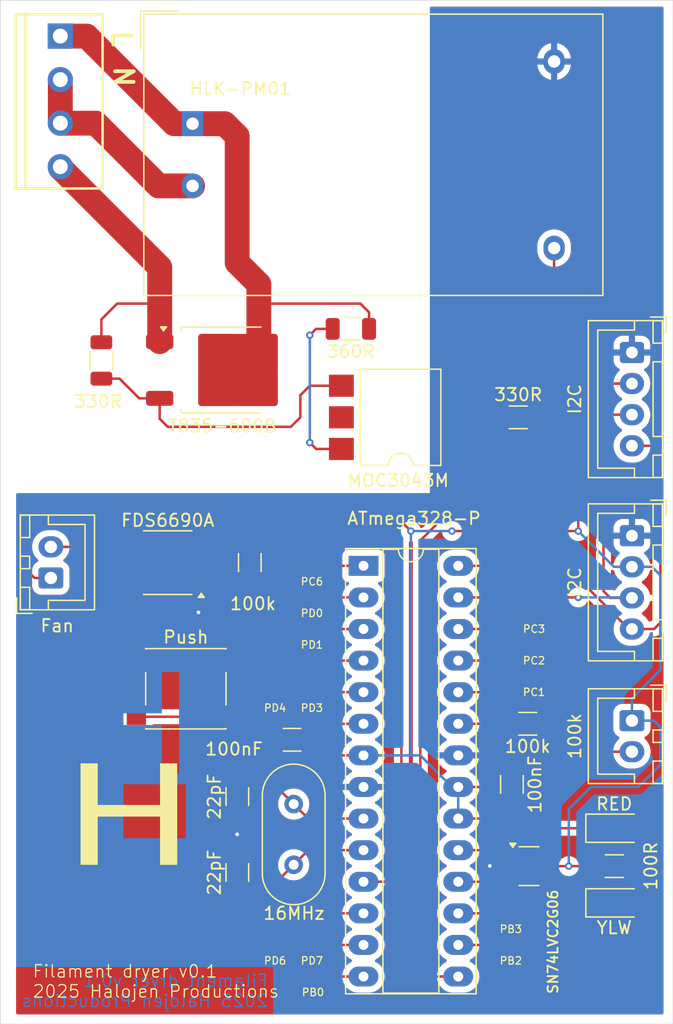
<source format=kicad_pcb>
(kicad_pcb (version 20240108) (generator "pcbnew") (generator_version "8.0")
  (layers (0 "F.Cu" signal) (31 "B.Cu" signal) (36 "B.SilkS" user "B.Silkscreen") (37 "F.SilkS" user "F.Silkscreen") (38 "B.Mask" user) (39 "F.Mask" user) (44 "Edge.Cuts" user))
  (net 0 "")
  (net 1 "GND")
  (net 2 "+5V")
  (net 3 "Net-(D1-A)")
  (net 4 "Net-(D1-K)")
  (net 5 "Net-(D2-K)")
  (net 6 "Net-(U1-PB2)")
  (net 7 "Net-(U1-PB3)")
  (net 8 "Net-(U1-PC1)")
  (net 9 "Net-(U1-PC2)")
  (net 10 "Net-(U1-PC3)")
  (net 11 "Net-(U1-PD0)")
  (net 12 "Net-(U1-PD1)")
  (net 13 "Net-(U1-PD4)")
  (net 14 "Net-(U1-PD6)")
  (net 15 "Net-(U1-PD7)")
  (net 16 "Net-(U1-PB0)")
  (net 17 "Net-(J3-Pin_2)")
  (net 18 "Heater")
  (net 19 "/pCry1")
  (net 20 "/pCry2")
  (net 21 "/pSCL")
  (net 22 "/pSDA")
  (net 23 "/pFan_sense")
  (net 24 "/pFan_pwm")
  (net 25 "/pTemp")
  (net 26 "/pHeat")
  (net 27 "/pButt")
  (net 28 "/pLed_ok")
  (net 29 "/pLed_heat")
  (net 30 "/pReset")
  (net 31 "-AC")
  (net 32 "+AC")
  (net 33 "Net-(NT3-Pad1)")
  (net 34 "Net-(NT4-Pad1)")
  (net 35 "Net-(Q2-G)")
  (net 36 "Net-(R3-Pad2)")
  (net 37 "Net-(R5-Pad1)")
  (footprint "SparkFun-Connector:TestPoint-1.25mm" (layer "F.Cu") (at 59.6056 76.708)
    (property "Reference" "TP5" (hide yes))
    (property "Value" "PC2" (at 1.8624 0 0) (layer "F.SilkS") (effects (font (size 0.6 0.6) (thickness 0.1) (bold yes))))
    (pad "1" smd roundrect (at 0 0) (size 1.25 1.25) (layers "F.Cu" "F.Mask") (roundrect_rratio 0.5) (net 9 "Net-(U1-PC2)"))
  )
  (footprint "SparkFun-Connector:TestPoint-1.25mm" (layer "F.Cu") (at 59.6056 97.028)
    (property "Reference" "TP3" (hide yes))
    (property "Value" "PB3" (at 0 1.27 0) (layer "F.SilkS") (effects (font (size 0.6 0.6) (thickness 0.1) (bold yes))))
    (pad "1" smd roundrect (at 0 0) (size 1.25 1.25) (layers "F.Cu" "F.Mask") (roundrect_rratio 0.5) (net 7 "Net-(U1-PB3)"))
  )
  (footprint "SparkFun-Connector:TestPoint-1.25mm" (layer "F.Cu") (at 40.64 79.248)
    (property "Reference" "TP11" (hide yes))
    (property "Value" "PD4" (at 0 1.27 0) (layer "F.SilkS") (effects (font (size 0.6 0.6) (thickness 0.1) (bold yes))))
    (pad "1" smd roundrect (at 0 0) (size 1.25 1.25) (layers "F.Cu" "F.Mask") (roundrect_rratio 0.5) (net 13 "Net-(U1-PD4)"))
  )
  (footprint "SparkFun-Connector:TestPoint-1.25mm" (layer "F.Cu") (at 43.6056 79.248)
    (property "Reference" "TP10" (hide yes))
    (property "Value" "PD3" (at 0 1.27 0) (layer "F.SilkS") (effects (font (size 0.6 0.6) (thickness 0.1) (bold yes))))
    (pad "1" smd roundrect (at 0 0) (size 1.25 1.25) (layers "F.Cu" "F.Mask") (roundrect_rratio 0.5) (net 23 "/pFan_sense"))
  )
  (footprint "Resistor_SMD:R_1206_3216Metric" (layer "F.Cu") (at 26.67 52.578 -90)
    (property "Reference" "R4" (hide yes))
    (property "Value" "330R" (at 3.302 0.254 180) (layer "F.SilkS"))
    (pad "1" smd roundrect (at -1.4625 0 270) (size 1.125 1.75) (layers "F.Cu" "F.Paste" "F.Mask") (roundrect_rratio 0.222222) (net 34 "Net-(NT4-Pad1)"))
    (pad "2" smd roundrect (at 1.4625 0 270) (size 1.125 1.75) (layers "F.Cu" "F.Paste" "F.Mask") (roundrect_rratio 0.222222) (net 35 "Net-(Q2-G)"))
  )
  (footprint "Connector_JST:JST_XH_B2B-XH-A_1x02_P2.50mm_Vertical" (layer "F.Cu") (at 22.606 70.064 90)
    (property "Reference" "J3" (hide yes))
    (property "Value" "Fan" (at -3.85 0.508 180) (layer "F.SilkS"))
    (pad "1" thru_hole roundrect (at 0 0 90) (size 1.7 2) (drill 1) (layers "*.Cu" "*.Mask") (roundrect_rratio 0.147059) (net 2 "+5V"))
    (pad "2" thru_hole oval (at 2.5 0 90) (size 1.7 2) (drill 1) (layers "*.Cu" "*.Mask") (net 17 "Net-(J3-Pin_2)"))
  )
  (footprint "Capacitor_SMD:C_1206_3216Metric" (layer "F.Cu") (at 37.6056 93.741 -90)
    (property "Reference" "C5" (hide yes))
    (property "Value" "22pF" (at 0 1.85 -90) (layer "F.SilkS"))
    (pad "1" smd roundrect (at -1.475 0 270) (size 1.15 1.8) (layers "F.Cu" "F.Paste" "F.Mask") (roundrect_rratio 0.217391) (net 1 "GND"))
    (pad "2" smd roundrect (at 1.475 0 270) (size 1.15 1.8) (layers "F.Cu" "F.Paste" "F.Mask") (roundrect_rratio 0.217391) (net 20 "/pCry2"))
  )
  (footprint "Package_DIP:SMDIP-6_W9.53mm" (layer "F.Cu") (at 50.739 57.15 180)
    (property "Reference" "U2" (hide yes))
    (property "Value" "MOC3043M" (at 0.193 -5.08 0) (layer "F.SilkS"))
    (pad "1" smd rect (at -4.765 -2.54 180) (size 2 1.78) (layers "F.Cu" "F.Paste" "F.Mask") (net 2 "+5V"))
    (pad "2" smd rect (at -4.765 0 180) (size 2 1.78) (layers "F.Cu" "F.Paste" "F.Mask") (net 36 "Net-(R3-Pad2)"))
    (pad "3" smd rect (at -4.765 2.54 180) (size 2 1.78) (layers "F.Cu" "F.Paste" "F.Mask"))
    (pad "4" smd rect (at 4.765 2.54 180) (size 2 1.78) (layers "F.Cu" "F.Paste" "F.Mask") (net 35 "Net-(Q2-G)"))
    (pad "5" smd rect (at 4.765 0 180) (size 2 1.78) (layers "F.Cu" "F.Paste" "F.Mask"))
    (pad "6" smd rect (at 4.765 -2.54 180) (size 2 1.78) (layers "F.Cu" "F.Paste" "F.Mask") (net 37 "Net-(R5-Pad1)"))
  )
  (footprint "Halojen-Footprints:NetTie-2_SMD_Pad0.2x2.5mm" (layer "F.Cu") (at 29.972 48.006)
    (property "Reference" "NT4" (hide yes))
    (property "Value" "Mains" (hide yes))
    (fp_poly (pts (xy -1.25 -0.1) (xy 1.25 -0.1) (xy 1.25 0.1) (xy -1.25 0.1)) (fill solid) (layer "F.Cu"))
    (pad "1" smd circle (at -1.25 0) (size 0.2 0.2) (layers "F.Cu") (net 34 "Net-(NT4-Pad1)"))
    (pad "2" smd circle (at 1.25 0) (size 0.2 0.2) (layers "F.Cu") (net 18 "Heater"))
  )
  (footprint "SparkFun-Connector:TestPoint-1.25mm" (layer "F.Cu") (at 43.6056 99.568)
    (property "Reference" "TP13" (hide yes))
    (property "Value" "PD7" (at 0 1.27 0) (layer "F.SilkS") (effects (font (size 0.6 0.6) (thickness 0.1) (bold yes))))
    (pad "1" smd roundrect (at 0 0) (size 1.25 1.25) (layers "F.Cu" "F.Mask") (roundrect_rratio 0.5) (net 15 "Net-(U1-PD7)"))
  )
  (footprint "SparkFun-Connector:TestPoint-1.25mm" (layer "F.Cu") (at 59.6056 79.248)
    (property "Reference" "TP4" (hide yes))
    (property "Value" "PC1" (at 1.8624 0 0) (layer "F.SilkS") (effects (font (size 0.6 0.6) (thickness 0.1) (bold yes))))
    (pad "1" smd roundrect (at 0 0) (size 1.25 1.25) (layers "F.Cu" "F.Mask") (roundrect_rratio 0.5) (net 8 "Net-(U1-PC1)"))
  )
  (footprint "SparkFun-Connector:TestPoint-1.25mm" (layer "F.Cu") (at 43.6056 74.168)
    (property "Reference" "TP9" (hide yes))
    (property "Value" "PD1" (at 0 1.27 0) (layer "F.SilkS") (effects (font (size 0.6 0.6) (thickness 0.1) (bold yes))))
    (pad "1" smd roundrect (at 0 0) (size 1.25 1.25) (layers "F.Cu" "F.Mask") (roundrect_rratio 0.5) (net 12 "Net-(U1-PD1)"))
  )
  (footprint "SparkFun-Connector:TestPoint-1.25mm" (layer "F.Cu") (at 43.6056 69.088)
    (property "Reference" "TP7" (hide yes))
    (property "Value" "PC6" (at 0 1.27 0) (layer "F.SilkS") (effects (font (size 0.6 0.6) (thickness 0.1) (bold yes))))
    (pad "1" smd roundrect (at 0 0) (size 1.25 1.25) (layers "F.Cu" "F.Mask") (roundrect_rratio 0.5) (net 30 "/pReset"))
  )
  (footprint "Resistor_SMD:R_1206_3216Metric" (layer "F.Cu") (at 60.96 81.788)
    (property "Reference" "R2" (hide yes))
    (property "Value" "100k" (at 0 1.82 0) (layer "F.SilkS"))
    (pad "1" smd roundrect (at -1.4625 0) (size 1.125 1.75) (layers "F.Cu" "F.Paste" "F.Mask") (roundrect_rratio 0.222222) (net 25 "/pTemp"))
    (pad "2" smd roundrect (at 1.4625 0) (size 1.125 1.75) (layers "F.Cu" "F.Paste" "F.Mask") (roundrect_rratio 0.222222) (net 1 "GND"))
  )
  (footprint "Connector_JST:JST_XH_B4B-XH-A_1x04_P2.50mm_Vertical" (layer "F.Cu") (at 69.342 51.936 -90)
    (property "Reference" "J1" (hide yes))
    (property "Value" "I2C" (at 3.75 4.6 90) (layer "F.SilkS"))
    (pad "1" thru_hole roundrect (at 0 0 270) (size 1.7 1.95) (drill 0.95) (layers "*.Cu" "*.Mask") (roundrect_rratio 0.147059) (net 1 "GND"))
    (pad "2" thru_hole oval (at 2.5 0 270) (size 1.7 1.95) (drill 0.95) (layers "*.Cu" "*.Mask") (net 2 "+5V"))
    (pad "3" thru_hole oval (at 5 0 270) (size 1.7 1.95) (drill 0.95) (layers "*.Cu" "*.Mask") (net 22 "/pSDA"))
    (pad "4" thru_hole oval (at 7.5 0 270) (size 1.7 1.95) (drill 0.95) (layers "*.Cu" "*.Mask") (net 21 "/pSCL"))
  )
  (footprint "Halojen-Footprints:NetTie-2_SMD_Pad0.2x2.5mm" (layer "F.Cu") (at 40.64 48.006 180)
    (property "Reference" "NT3" (hide yes))
    (property "Value" "Mains" (hide yes))
    (fp_poly (pts (xy -1.25 -0.1) (xy 1.25 -0.1) (xy 1.25 0.1) (xy -1.25 0.1)) (fill solid) (layer "F.Cu"))
    (pad "1" smd circle (at -1.25 0 180) (size 0.2 0.2) (layers "F.Cu") (net 33 "Net-(NT3-Pad1)"))
    (pad "2" smd circle (at 1.25 0 180) (size 0.2 0.2) (layers "F.Cu") (net 32 "+AC"))
  )
  (footprint "Connector_JST:JST_XH_B2B-XH-A_1x02_P2.50mm_Vertical" (layer "F.Cu") (at 69.342 81.534 -90)
    (property "Reference" "J4" (hide yes))
    (property "Value" "100k" (at 1.25 4.6 -90) (layer "F.SilkS"))
    (pad "1" thru_hole roundrect (at 0 0 270) (size 1.7 2) (drill 1) (layers "*.Cu" "*.Mask") (roundrect_rratio 0.147059) (net 2 "+5V"))
    (pad "2" thru_hole oval (at 2.5 0 270) (size 1.7 2) (drill 1) (layers "*.Cu" "*.Mask") (net 25 "/pTemp"))
  )
  (footprint "SparkFun-Connector:TestPoint-1.25mm" (layer "F.Cu") (at 59.6056 74.168)
    (property "Reference" "TP6" (hide yes))
    (property "Value" "PC3" (at 1.8624 0 0) (layer "F.SilkS") (effects (font (size 0.6 0.6) (thickness 0.1) (bold yes))))
    (pad "1" smd roundrect (at 0 0) (size 1.25 1.25) (layers "F.Cu" "F.Mask") (roundrect_rratio 0.5) (net 10 "Net-(U1-PC3)"))
  )
  (footprint "Resistor_SMD:R_1206_3216Metric" (layer "F.Cu") (at 67.9196 93.233)
    (property "Reference" "R6" (hide yes))
    (property "Value" "100R" (at 2.9464 -0.015 90) (layer "F.SilkS"))
    (pad "1" smd roundrect (at -1.4625 0) (size 1.125 1.75) (layers "F.Cu" "F.Paste" "F.Mask") (roundrect_rratio 0.222222) (net 2 "+5V"))
    (pad "2" smd roundrect (at 1.4625 0) (size 1.125 1.75) (layers "F.Cu" "F.Paste" "F.Mask") (roundrect_rratio 0.222222) (net 3 "Net-(D1-A)"))
  )
  (footprint "Resistor_SMD:R_1206_3216Metric" (layer "F.Cu") (at 60.198 57.15 180)
    (property "Reference" "R3" (hide yes))
    (property "Value" "330R" (at 0 1.82 0) (layer "F.SilkS"))
    (pad "1" smd roundrect (at -1.4625 0 180) (size 1.125 1.75) (layers "F.Cu" "F.Paste" "F.Mask") (roundrect_rratio 0.222222) (net 26 "/pHeat"))
    (pad "2" smd roundrect (at 1.4625 0 180) (size 1.125 1.75) (layers "F.Cu" "F.Paste" "F.Mask") (roundrect_rratio 0.222222) (net 36 "Net-(R3-Pad2)"))
  )
  (footprint "Crystal:Crystal_HC49-U_Vertical" (layer "F.Cu") (at 42.1386 88.243 -90)
    (property "Reference" "Y1" (hide yes))
    (property "Value" "16MHz" (at 8.785 -0.0254 180) (layer "F.SilkS"))
    (pad "1" thru_hole circle (at 0 0 270) (size 1.5 1.5) (drill 0.8) (layers "*.Cu" "*.Mask") (net 19 "/pCry1"))
    (pad "2" thru_hole circle (at 4.88 0 270) (size 1.5 1.5) (drill 0.8) (layers "*.Cu" "*.Mask") (net 20 "/pCry2"))
  )
  (footprint "Button_Switch_SMD:SW_SPST_PTS645" (layer "F.Cu") (at 33.4646 78.973 180)
    (property "Reference" "SW1" (hide yes))
    (property "Value" "Push" (at 0 4.15 180) (layer "F.SilkS"))
    (pad "1" smd rect (at -3.98 -2.25 180) (size 1.55 1.3) (layers "F.Cu" "F.Paste" "F.Mask") (net 1 "GND"))
    (pad "1" smd rect (at 3.98 -2.25 180) (size 1.55 1.3) (layers "F.Cu" "F.Paste" "F.Mask") (net 1 "GND"))
    (pad "2" smd rect (at -3.98 2.25 180) (size 1.55 1.3) (layers "F.Cu" "F.Paste" "F.Mask") (net 27 "/pButt"))
    (pad "2" smd rect (at 3.98 2.25 180) (size 1.55 1.3) (layers "F.Cu" "F.Paste" "F.Mask") (net 27 "/pButt"))
  )
  (footprint "SparkFun-Connector:TestPoint-1.25mm" (layer "F.Cu") (at 43.6056 71.628)
    (property "Reference" "TP8" (hide yes))
    (property "Value" "PD0" (at 0 1.27 0) (layer "F.SilkS") (effects (font (size 0.6 0.6) (thickness 0.1) (bold yes))))
    (pad "1" smd roundrect (at 0 0) (size 1.25 1.25) (layers "F.Cu" "F.Mask") (roundrect_rratio 0.5) (net 11 "Net-(U1-PD0)"))
  )
  (footprint "LED_SMD:LED_1206_3216Metric" (layer "F.Cu") (at 67.9196 90.185)
    (property "Reference" "D1" (hide yes))
    (property "Value" "RED" (at 0 -1.95 0) (layer "F.SilkS"))
    (pad "1" smd roundrect (at -1.4 0) (size 1.25 1.75) (layers "F.Cu" "F.Paste" "F.Mask") (roundrect_rratio 0.2) (net 4 "Net-(D1-K)"))
    (pad "2" smd roundrect (at 1.4 0) (size 1.25 1.75) (layers "F.Cu" "F.Paste" "F.Mask") (roundrect_rratio 0.2) (net 3 "Net-(D1-A)"))
  )
  (footprint "SparkFun-Connector:TestPoint-1.25mm" (layer "F.Cu") (at 43.688 102.108)
    (property "Reference" "TP1" (hide yes))
    (property "Value" "PB0" (at 0 1.27 0) (layer "F.SilkS") (effects (font (size 0.6 0.6) (thickness 0.1) (bold yes))))
    (pad "1" smd roundrect (at 0 0) (size 1.25 1.25) (layers "F.Cu" "F.Mask") (roundrect_rratio 0.5) (net 16 "Net-(U1-PB0)"))
  )
  (footprint "SparkFun-Connector:Screw_Terminal_3.5mm-4" (layer "F.Cu") (at 23.368 26.5 -90)
    (property "Reference" "J5" (hide yes))
    (property "Value" "Screw_Terminal_01x04" (hide yes))
    (pad "1" thru_hole rect (at 0 0 270) (size 2.032 2.032) (drill 1.2) (layers "*.Cu" "*.Mask") (net 32 "+AC"))
    (pad "2" thru_hole circle (at 3.5 0 270) (size 2.032 2.032) (drill 1.2) (layers "*.Cu" "*.Mask") (net 31 "-AC"))
    (pad "3" thru_hole circle (at 7 0 270) (size 2.032 2.032) (drill 1.2) (layers "*.Cu" "*.Mask") (net 31 "-AC"))
    (pad "4" thru_hole circle (at 10.5 0 270) (size 2.032 2.032) (drill 1.2) (layers "*.Cu" "*.Mask") (net 18 "Heater"))
  )
  (footprint "LED_SMD:LED_1206_3216Metric" (layer "F.Cu") (at 67.9196 96.185)
    (property "Reference" "D2" (hide yes))
    (property "Value" "YLW" (at 0 2 0) (layer "F.SilkS"))
    (pad "1" smd roundrect (at -1.4 0) (size 1.25 1.75) (layers "F.Cu" "F.Paste" "F.Mask") (roundrect_rratio 0.2) (net 5 "Net-(D2-K)"))
    (pad "2" smd roundrect (at 1.4 0) (size 1.25 1.75) (layers "F.Cu" "F.Paste" "F.Mask") (roundrect_rratio 0.2) (net 3 "Net-(D1-A)"))
  )
  (footprint "Connector_JST:JST_XH_B4B-XH-A_1x04_P2.50mm_Vertical" (layer "F.Cu") (at 69.342 66.668 -90)
    (property "Reference" "J2" (hide yes))
    (property "Value" "I2C" (at 3.75 4.6 90) (layer "F.SilkS"))
    (pad "1" thru_hole roundrect (at 0 0 270) (size 1.7 1.95) (drill 0.95) (layers "*.Cu" "*.Mask") (roundrect_rratio 0.147059) (net 1 "GND"))
    (pad "2" thru_hole oval (at 2.5 0 270) (size 1.7 1.95) (drill 0.95) (layers "*.Cu" "*.Mask") (net 2 "+5V"))
    (pad "3" thru_hole oval (at 5 0 270) (size 1.7 1.95) (drill 0.95) (layers "*.Cu" "*.Mask") (net 22 "/pSDA"))
    (pad "4" thru_hole oval (at 7.5 0 270) (size 1.7 1.95) (drill 0.95) (layers "*.Cu" "*.Mask") (net 21 "/pSCL"))
  )
  (footprint "Package_TO_SOT_SMD:TO-252-2" (layer "F.Cu") (at 36.4 53.3425)
    (property "Reference" "Q2" (hide yes))
    (property "Value" "T835-600B" (at 0 4.5 0) (layer "F.SilkS"))
    (pad "1" smd roundrect (at -5.04 -2.28) (size 2.2 1.2) (layers "F.Cu" "F.Paste" "F.Mask") (roundrect_rratio 0.208333) (net 18 "Heater"))
    (pad "2" smd roundrect (at -0.415 -1.525) (size 3.05 2.75) (layers "F.Cu" "F.Paste") (roundrect_rratio 0.090909) (net 32 "+AC"))
    (pad "2" smd roundrect (at -0.415 1.525) (size 3.05 2.75) (layers "F.Cu" "F.Paste") (roundrect_rratio 0.090909) (net 32 "+AC"))
    (pad "2" smd roundrect (at 1.26 0) (size 6.4 5.8) (layers "F.Cu" "F.Mask") (roundrect_rratio 0.043103) (net 32 "+AC"))
    (pad "2" smd roundrect (at 2.935 -1.525) (size 3.05 2.75) (layers "F.Cu" "F.Paste") (roundrect_rratio 0.090909) (net 32 "+AC"))
    (pad "2" smd roundrect (at 2.935 1.525) (size 3.05 2.75) (layers "F.Cu" "F.Paste") (roundrect_rratio 0.090909) (net 32 "+AC"))
    (pad "3" smd roundrect (at -5.04 2.28) (size 2.2 1.2) (layers "F.Cu" "F.Paste" "F.Mask") (roundrect_rratio 0.208333) (net 35 "Net-(Q2-G)"))
  )
  (footprint "Converter_ACDC:Converter_ACDC_Hi-Link_HLK-PMxx" (layer "F.Cu") (at 34.0025 33.5425)
    (property "Reference" "PS1" (hide yes))
    (property "Value" "HLK-PM01" (at 3.8435 -2.8085 0) (layer "F.SilkS"))
    (pad "1" thru_hole rect (at 0 0) (size 1.7 2) (drill 1) (layers "*.Cu" "*.Mask") (net 32 "+AC"))
    (pad "2" thru_hole oval (at 0 5) (size 1.7 2) (drill 1) (layers "*.Cu" "*.Mask") (net 31 "-AC"))
    (pad "3" thru_hole oval (at 29.08 -5) (size 1.7 2) (drill 1) (layers "*.Cu" "*.Mask") (net 1 "GND"))
    (pad "4" thru_hole oval (at 29.08 10) (size 1.7 2) (drill 1) (layers "*.Cu" "*.Mask") (net 2 "+5V"))
  )
  (footprint "Resistor_SMD:R_1206_3216Metric" (layer "F.Cu") (at 46.736 50.038)
    (property "Reference" "R5" (hide yes))
    (property "Value" "360R" (at 0 1.82 0) (layer "F.SilkS"))
    (pad "1" smd roundrect (at -1.4625 0) (size 1.125 1.75) (layers "F.Cu" "F.Paste" "F.Mask") (roundrect_rratio 0.222222) (net 37 "Net-(R5-Pad1)"))
    (pad "2" smd roundrect (at 1.4625 0) (size 1.125 1.75) (layers "F.Cu" "F.Paste" "F.Mask") (roundrect_rratio 0.222222) (net 33 "Net-(NT3-Pad1)"))
  )
  (footprint "SparkFun-Connector:TestPoint-1.25mm" (layer "F.Cu") (at 40.64 99.568)
    (property "Reference" "TP12" (hide yes))
    (property "Value" "PD6" (at 0 1.27 0) (layer "F.SilkS") (effects (font (size 0.6 0.6) (thickness 0.1) (bold yes))))
    (pad "1" smd roundrect (at 0 0) (size 1.25 1.25) (layers "F.Cu" "F.Mask") (roundrect_rratio 0.5) (net 14 "Net-(U1-PD6)"))
  )
  (footprint "SparkFun-Connector:TestPoint-1.25mm" (layer "F.Cu") (at 59.6056 99.568)
    (property "Reference" "TP2" (hide yes))
    (property "Value" "PB2" (at 0 1.27 0) (layer "F.SilkS") (effects (font (size 0.6 0.6) (thickness 0.1) (bold yes))))
    (pad "1" smd roundrect (at 0 0) (size 1.25 1.25) (layers "F.Cu" "F.Mask") (roundrect_rratio 0.5) (net 6 "Net-(U1-PB2)"))
  )
  (footprint "Package_TO_SOT_SMD:SOT-23-6" (layer "F.Cu") (at 61.0616 93.233)
    (property "Reference" "U3" (hide yes))
    (property "Value" "SN74LVC2G06" (at 1.9304 6.081 90) (layer "F.SilkS") (effects (font (size 0.8 0.8))))
    (pad "1" smd roundrect (at -1.1375 -0.95) (size 1.325 0.6) (layers "F.Cu" "F.Paste" "F.Mask") (net 29 "/pLed_heat"))
    (pad "2" smd roundrect (at -1.1375 0) (size 1.325 0.6) (layers "F.Cu" "F.Paste" "F.Mask") (net 1 "GND"))
    (pad "3" smd roundrect (at -1.1375 0.95) (size 1.325 0.6) (layers "F.Cu" "F.Paste" "F.Mask") (net 28 "/pLed_ok"))
    (pad "4" smd roundrect (at 1.1375 0.95) (size 1.325 0.6) (layers "F.Cu" "F.Paste" "F.Mask") (net 5 "Net-(D2-K)"))
    (pad "5" smd roundrect (at 1.1375 0) (size 1.325 0.6) (layers "F.Cu" "F.Paste" "F.Mask") (net 2 "+5V"))
    (pad "6" smd roundrect (at 1.1375 -0.95) (size 1.325 0.6) (layers "F.Cu" "F.Paste" "F.Mask") (net 4 "Net-(D1-K)"))
  )
  (footprint "Package_SO:SOIC-8_3.9x4.9mm_P1.27mm" (layer "F.Cu") (at 32.004 68.834 180)
    (property "Reference" "Q1" (hide yes))
    (property "Value" "FDS6690A" (at 0 3.4 0) (layer "F.SilkS"))
    (pad "1" smd roundrect (at -2.475 -1.905 180) (size 1.95 0.6) (layers "F.Cu" "F.Paste" "F.Mask") (net 1 "GND"))
    (pad "2" smd roundrect (at -2.475 -0.635 180) (size 1.95 0.6) (layers "F.Cu" "F.Paste" "F.Mask") (net 1 "GND"))
    (pad "3" smd roundrect (at -2.475 0.635 180) (size 1.95 0.6) (layers "F.Cu" "F.Paste" "F.Mask") (net 1 "GND"))
    (pad "4" smd roundrect (at -2.475 1.905 180) (size 1.95 0.6) (layers "F.Cu" "F.Paste" "F.Mask") (net 24 "/pFan_pwm"))
    (pad "5" smd roundrect (at 2.475 1.905 180) (size 1.95 0.6) (layers "F.Cu" "F.Paste" "F.Mask") (net 17 "Net-(J3-Pin_2)"))
    (pad "6" smd roundrect (at 2.475 0.635 180) (size 1.95 0.6) (layers "F.Cu" "F.Paste" "F.Mask") (net 17 "Net-(J3-Pin_2)"))
    (pad "7" smd roundrect (at 2.475 -0.635 180) (size 1.95 0.6) (layers "F.Cu" "F.Paste" "F.Mask") (net 17 "Net-(J3-Pin_2)"))
    (pad "8" smd roundrect (at 2.475 -1.905 180) (size 1.95 0.6) (layers "F.Cu" "F.Paste" "F.Mask") (net 17 "Net-(J3-Pin_2)"))
  )
  (footprint "Package_DIP:DIP-28_W7.62mm_Socket_LongPads" (layer "F.Cu") (at 47.752 69.088)
    (property "Reference" "U1" (hide yes))
    (property "Value" "ATmega328-P" (at 4.064 -3.81 0) (layer "F.SilkS"))
    (pad "1" thru_hole rect (at 0 0) (size 2.4 1.6) (drill 0.8) (layers "*.Cu" "*.Mask") (net 30 "/pReset"))
    (pad "2" thru_hole oval (at 0 2.54) (size 2.4 1.6) (drill 0.8) (layers "*.Cu" "*.Mask") (net 11 "Net-(U1-PD0)"))
    (pad "3" thru_hole oval (at 0 5.08) (size 2.4 1.6) (drill 0.8) (layers "*.Cu" "*.Mask") (net 12 "Net-(U1-PD1)"))
    (pad "4" thru_hole oval (at 0 7.62) (size 2.4 1.6) (drill 0.8) (layers "*.Cu" "*.Mask") (net 27 "/pButt"))
    (pad "5" thru_hole oval (at 0 10.16) (size 2.4 1.6) (drill 0.8) (layers "*.Cu" "*.Mask") (net 23 "/pFan_sense"))
    (pad "6" thru_hole oval (at 0 12.7) (size 2.4 1.6) (drill 0.8) (layers "*.Cu" "*.Mask") (net 13 "Net-(U1-PD4)"))
    (pad "7" thru_hole oval (at 0 15.24) (size 2.4 1.6) (drill 0.8) (layers "*.Cu" "*.Mask") (net 2 "+5V"))
    (pad "8" thru_hole oval (at 0 17.78) (size 2.4 1.6) (drill 0.8) (layers "*.Cu" "*.Mask") (net 1 "GND"))
    (pad "9" thru_hole oval (at 0 20.32) (size 2.4 1.6) (drill 0.8) (layers "*.Cu" "*.Mask") (net 19 "/pCry1"))
    (pad "10" thru_hole oval (at 0 22.86) (size 2.4 1.6) (drill 0.8) (layers "*.Cu" "*.Mask") (net 20 "/pCry2"))
    (pad "11" thru_hole oval (at 0 25.4) (size 2.4 1.6) (drill 0.8) (layers "*.Cu" "*.Mask") (net 24 "/pFan_pwm"))
    (pad "12" thru_hole oval (at 0 27.94) (size 2.4 1.6) (drill 0.8) (layers "*.Cu" "*.Mask") (net 14 "Net-(U1-PD6)"))
    (pad "13" thru_hole oval (at 0 30.48) (size 2.4 1.6) (drill 0.8) (layers "*.Cu" "*.Mask") (net 15 "Net-(U1-PD7)"))
    (pad "14" thru_hole oval (at 0 33.02) (size 2.4 1.6) (drill 0.8) (layers "*.Cu" "*.Mask") (net 16 "Net-(U1-PB0)"))
    (pad "15" thru_hole oval (at 7.62 33.02) (size 2.4 1.6) (drill 0.8) (layers "*.Cu" "*.Mask") (net 26 "/pHeat"))
    (pad "16" thru_hole oval (at 7.62 30.48) (size 2.4 1.6) (drill 0.8) (layers "*.Cu" "*.Mask") (net 6 "Net-(U1-PB2)"))
    (pad "17" thru_hole oval (at 7.62 27.94) (size 2.4 1.6) (drill 0.8) (layers "*.Cu" "*.Mask") (net 7 "Net-(U1-PB3)"))
    (pad "18" thru_hole oval (at 7.62 25.4) (size 2.4 1.6) (drill 0.8) (layers "*.Cu" "*.Mask") (net 28 "/pLed_ok"))
    (pad "19" thru_hole oval (at 7.62 22.86) (size 2.4 1.6) (drill 0.8) (layers "*.Cu" "*.Mask") (net 29 "/pLed_heat"))
    (pad "20" thru_hole oval (at 7.62 20.32) (size 2.4 1.6) (drill 0.8) (layers "*.Cu" "*.Mask") (net 2 "+5V"))
    (pad "21" thru_hole oval (at 7.62 17.78) (size 2.4 1.6) (drill 0.8) (layers "*.Cu" "*.Mask") (net 2 "+5V"))
    (pad "22" thru_hole oval (at 7.62 15.24) (size 2.4 1.6) (drill 0.8) (layers "*.Cu" "*.Mask") (net 1 "GND"))
    (pad "23" thru_hole oval (at 7.62 12.7) (size 2.4 1.6) (drill 0.8) (layers "*.Cu" "*.Mask") (net 25 "/pTemp"))
    (pad "24" thru_hole oval (at 7.62 10.16) (size 2.4 1.6) (drill 0.8) (layers "*.Cu" "*.Mask") (net 8 "Net-(U1-PC1)"))
    (pad "25" thru_hole oval (at 7.62 7.62) (size 2.4 1.6) (drill 0.8) (layers "*.Cu" "*.Mask") (net 9 "Net-(U1-PC2)"))
    (pad "26" thru_hole oval (at 7.62 5.08) (size 2.4 1.6) (drill 0.8) (layers "*.Cu" "*.Mask") (net 10 "Net-(U1-PC3)"))
    (pad "27" thru_hole oval (at 7.62 2.54) (size 2.4 1.6) (drill 0.8) (layers "*.Cu" "*.Mask") (net 22 "/pSDA"))
    (pad "28" thru_hole oval (at 7.62 0) (size 2.4 1.6) (drill 0.8) (layers "*.Cu" "*.Mask") (net 21 "/pSCL"))
  )
  (footprint "Resistor_SMD:R_1206_3216Metric" (layer "F.Cu") (at 38.608 68.834 -90)
    (property "Reference" "R1" (hide yes))
    (property "Value" "100k" (at 3.302 -0.254 180) (layer "F.SilkS"))
    (pad "1" smd roundrect (at -1.4625 0 270) (size 1.125 1.75) (layers "F.Cu" "F.Paste" "F.Mask") (roundrect_rratio 0.222222) (net 24 "/pFan_pwm"))
    (pad "2" smd roundrect (at 1.4625 0 270) (size 1.125 1.75) (layers "F.Cu" "F.Paste" "F.Mask") (roundrect_rratio 0.222222) (net 1 "GND"))
  )
  (footprint "Capacitor_SMD:C_1206_3216Metric" (layer "F.Cu") (at 37.6056 87.645 -90)
    (property "Reference" "C4" (hide yes))
    (property "Value" "22pF" (at 0 1.85 -90) (layer "F.SilkS"))
    (pad "1" smd roundrect (at -1.475 0 270) (size 1.15 1.8) (layers "F.Cu" "F.Paste" "F.Mask") (roundrect_rratio 0.217391) (net 19 "/pCry1"))
    (pad "2" smd roundrect (at 1.475 0 270) (size 1.15 1.8) (layers "F.Cu" "F.Paste" "F.Mask") (roundrect_rratio 0.217391) (net 1 "GND"))
  )
  (footprint "Capacitor_SMD:C_1206_3216Metric" (layer "F.Cu") (at 59.69 86.663 90)
    (property "Reference" "C1" (hide yes))
    (property "Value" "100nF" (at 0 1.85 90) (layer "F.SilkS"))
    (pad "1" smd roundrect (at -1.475 0 90) (size 1.15 1.8) (layers "F.Cu" "F.Paste" "F.Mask") (roundrect_rratio 0.217391) (net 2 "+5V"))
    (pad "2" smd roundrect (at 1.475 0 90) (size 1.15 1.8) (layers "F.Cu" "F.Paste" "F.Mask") (roundrect_rratio 0.217391) (net 1 "GND"))
  )
  (footprint "Capacitor_SMD:C_1206_3216Metric" (layer "F.Cu") (at 42.0116 83.073 180)
    (property "Reference" "C3" (hide yes))
    (property "Value" "100nF" (at 4.6736 -0.747 180) (layer "F.SilkS"))
    (pad "1" smd roundrect (at -1.475 0 180) (size 1.15 1.8) (layers "F.Cu" "F.Paste" "F.Mask") (roundrect_rratio 0.217391) (net 2 "+5V"))
    (pad "2" smd roundrect (at 1.475 0 180) (size 1.15 1.8) (layers "F.Cu" "F.Paste" "F.Mask") (roundrect_rratio 0.217391) (net 1 "GND"))
  )
  (gr_rect (start 18.542 23.622) (end 72.644 105.918) (stroke (width 0.05)) (fill none) (layer "Edge.Cuts"))
  (gr_text "Filament dryer v0.1\n2025 Halojen Productions" (at 40.132 104.648 0) (layer "B.Cu") (effects (font (size 1 1) (thickness 0.1)) (justify left bottom mirror)))
  (gr_text "H" (at 34.29 87.122 0) (layer "B.Cu" knockout) (effects (font (size 8 10) (thickness 0.1)) (justify left bottom mirror)))
  (gr_text "H" (at 23.622 94.488 0) (layer "F.SilkS") (effects (font (size 8 10) (thickness 0.1)) (justify left bottom)))
  (gr_text "N" (at 29.464 30.734 90) (layer "F.SilkS") (effects (font (size 1.5 1.5) (thickness 0.3) (bold yes)) (justify left bottom)))
  (gr_text "L" (at 27.432 25.908 -90) (layer "F.SilkS") (effects (font (size 1.5 1.5) (thickness 0.3) (bold yes)) (justify left bottom)))
  (gr_text "Filament dryer v0.1\n2025 Halojen Productions" (at 21.082 103.886 0) (layer "F.SilkS") (effects (font (size 1 1) (thickness 0.1)) (justify left bottom)))
  (segment (start 38.115 83.073) (end 40.5366 83.073) (width 0.2) (layer "F.Cu") (net 1))
  (segment (start 34.479 68.199) (end 34.479 69.469) (width 0.2) (layer "F.Cu") (net 1))
  (segment (start 37.4396 81.223) (end 37.4396 82.3976) (width 0.2) (layer "F.Cu") (net 1))
  (segment (start 47.752 86.868) (end 45.974 86.868) (width 0.2) (layer "F.Cu") (net 1))
  (segment (start 37.4396 82.3976) (end 38.115 83.073) (width 0.2) (layer "F.Cu") (net 1))
  (segment (start 57.927 93.233) (end 57.912 93.218) (width 0.2) (layer "F.Cu") (net 1))
  (segment (start 37.6056 89.12) (end 37.6056 90.6644) (width 0.2) (layer "F.Cu") (net 1))
  (segment (start 58.01 85.188) (end 59.69 85.188) (width 0.2) (layer "F.Cu") (net 1))
  (segment (start 45.974 86.868) (end 43.942 84.836) (width 0.2) (layer "F.Cu") (net 1))
  (segment (start 62.4225 81.788) (end 62.4225 83.1195) (width 0.2) (layer "F.Cu") (net 1))
  (segment (start 37.6056 90.6916) (end 37.592 90.678) (width 0.2) (layer "F.Cu") (net 1))
  (segment (start 34.479 69.469) (end 34.479 70.739) (width 0.2) (layer "F.Cu") (net 1))
  (segment (start 34.479 72.833) (end 34.479 70.739) (width 0.2) (layer "F.Cu") (net 1))
  (segment (start 60.198 83.566) (end 59.69 84.074) (width 0.2) (layer "F.Cu") (net 1))
  (segment (start 40.894 84.836) (end 40.5366 84.4786) (width 0.2) (layer "F.Cu") (net 1))
  (segment (start 40.5366 84.4786) (end 40.5366 83.073) (width 0.2) (layer "F.Cu") (net 1))
  (segment (start 34.479 72.833) (end 37.403 72.833) (width 0.2) (layer "F.Cu") (net 1))
  (segment (start 61.976 83.566) (end 60.198 83.566) (width 0.2) (layer "F.Cu") (net 1))
  (segment (start 57.15 84.328) (end 58.01 85.188) (width 0.2) (layer "F.Cu") (net 1))
  (segment (start 37.6056 92.266) (end 37.6056 90.6916) (width 0.2) (layer "F.Cu") (net 1))
  (segment (start 43.942 84.836) (end 40.894 84.836) (width 0.2) (layer "F.Cu") (net 1))
  (segment (start 29.4896 81.223) (end 37.4396 81.223) (width 0.2) (layer "F.Cu") (net 1))
  (segment (start 38.608 71.628) (end 38.608 70.2965) (width 0.2) (layer "F.Cu") (net 1))
  (segment (start 55.372 84.328) (end 57.15 84.328) (width 0.2) (layer "F.Cu") (net 1))
  (segment (start 62.4225 83.1195) (end 61.976 83.566) (width 0.2) (layer "F.Cu") (net 1))
  (segment (start 59.9241 93.233) (end 57.927 93.233) (width 0.2) (layer "F.Cu") (net 1))
  (segment (start 37.6056 90.6644) (end 37.592 90.678) (width 0.2) (layer "F.Cu") (net 1))
  (segment (start 59.69 84.074) (end 59.69 85.188) (width 0.2) (layer "F.Cu") (net 1))
  (segment (start 37.403 72.833) (end 38.608 71.628) (width 0.2) (layer "F.Cu") (net 1))
  (via (at 34.479 72.833) (size 0.6) (drill 0.3) (layers "F.Cu" "B.Cu") (net 1))
  (via (at 57.912 93.218) (size 0.6) (drill 0.3) (layers "F.Cu" "B.Cu") (net 1))
  (via (at 37.592 90.678) (size 0.6) (drill 0.3) (layers "F.Cu" "B.Cu") (net 1))
  (segment (start 60.198 52.832) (end 60.198 58.674) (width 0.2) (layer "F.Cu") (net 2))
  (segment (start 57.404 89.154) (end 57.15 89.408) (width 0.2) (layer "F.Cu") (net 2))
  (segment (start 20.574 69.342) (end 21.296 70.064) (width 0.2) (layer "F.Cu") (net 2))
  (segment (start 50.292 65.024) (end 22.098 65.024) (width 0.2) (layer "F.Cu") (net 2))
  (segment (start 65.024 66.294) (end 54.864 66.294) (width 0.2) (layer "F.Cu") (net 2))
  (segment (start 63.0825 50.0015) (end 67.517 54.436) (width 0.2) (layer "F.Cu") (net 2))
  (segment (start 43.4866 83.073) (end 44.7623 83.073) (width 0.2) (layer "F.Cu") (net 2))
  (segment (start 65.024 66.294) (end 65.024 56.896) (width 0.2) (layer "F.Cu") (net 2))
  (segment (start 44.7623 83.073) (end 46.0173 84.328) (width 0.2) (layer "F.Cu") (net 2))
  (segment (start 65.024 56.896) (end 67.484 54.436) (width 0.2) (layer "F.Cu") (net 2))
  (segment (start 57.404 88.138) (end 57.404 89.154) (width 0.2) (layer "F.Cu") (net 2))
  (segment (start 55.372 86.868) (end 57.15 86.868) (width 0.2) (layer "F.Cu") (net 2))
  (segment (start 46.0173 84.328) (end 47.752 84.328) (width 0.2) (layer "F.Cu") (net 2))
  (segment (start 60.198 58.674) (end 59.182 59.69) (width 0.2) (layer "F.Cu") (net 2))
  (segment (start 57.15 89.408) (end 55.372 89.408) (width 0.2) (layer "F.Cu") (net 2))
  (segment (start 67.484 54.436) (end 69.342 54.436) (width 0.2) (layer "F.Cu") (net 2))
  (segment (start 22.098 65.024) (end 20.574 66.548) (width 0.2) (layer "F.Cu") (net 2))
  (segment (start 64.262 93.233) (end 62.1991 93.233) (width 0.2) (layer "F.Cu") (net 2))
  (segment (start 20.574 66.548) (end 20.574 69.342) (width 0.2) (layer "F.Cu") (net 2))
  (segment (start 59.182 59.69) (end 55.504 59.69) (width 0.2) (layer "F.Cu") (net 2))
  (segment (start 63.0825 49.9475) (end 60.198 52.832) (width 0.2) (layer "F.Cu") (net 2))
  (segment (start 57.404 88.138) (end 59.69 88.138) (width 0.2) (layer "F.Cu") (net 2))
  (segment (start 57.15 86.868) (end 57.404 87.122) (width 0.2) (layer "F.Cu") (net 2))
  (segment (start 67.517 54.436) (end 69.342 54.436) (width 0.2) (layer "F.Cu") (net 2))
  (segment (start 63.0825 49.3665) (end 63.0825 50.0015) (width 0.2) (layer "F.Cu") (net 2))
  (segment (start 57.404 87.122) (end 57.404 88.138) (width 0.2) (layer "F.Cu") (net 2))
  (segment (start 21.296 70.064) (end 22.606 70.064) (width 0.2) (layer "F.Cu") (net 2))
  (segment (start 51.562 66.294) (end 50.292 65.024) (width 0.2) (layer "F.Cu") (net 2))
  (segment (start 66.4571 93.233) (end 64.262 93.233) (width 0.2) (layer "F.Cu") (net 2))
  (segment (start 63.0825 43.5425) (end 63.0825 49.3665) (width 0.2) (layer "F.Cu") (net 2))
  (segment (start 63.0825 49.3665) (end 63.0825 49.9475) (width 0.2) (layer "F.Cu") (net 2))
  (via (at 51.562 66.294) (size 0.6) (drill 0.3) (layers "F.Cu" "B.Cu") (net 2))
  (via (at 64.262 93.233) (size 0.6) (drill 0.3) (layers "F.Cu" "B.Cu") (net 2))
  (via (at 65.024 66.294) (size 0.6) (drill 0.3) (layers "F.Cu" "B.Cu") (net 2))
  (via (at 54.864 66.294) (size 0.6) (drill 0.3) (layers "F.Cu" "B.Cu") (net 2))
  (segment (start 51.562 66.294) (end 51.562 84.328) (width 0.2) (layer "B.Cu") (net 2))
  (segment (start 70.946 69.168) (end 71.628 69.85) (width 0.2) (layer "B.Cu") (net 2))
  (segment (start 51.562 84.328) (end 51.816 84.328) (width 0.2) (layer "B.Cu") (net 2))
  (segment (start 71.628 82.042) (end 71.628 85.09) (width 0.2) (layer "B.Cu") (net 2))
  (segment (start 69.342 79.756) (end 69.342 81.534) (width 0.2) (layer "B.Cu") (net 2))
  (segment (start 64.262 88.646) (end 64.262 93.233) (width 0.2) (layer "B.Cu") (net 2))
  (segment (start 69.85 86.868) (end 66.04 86.868) (width 0.2) (layer "B.Cu") (net 2))
  (segment (start 71.628 85.09) (end 69.85 86.868) (width 0.2) (layer "B.Cu") (net 2))
  (segment (start 69.342 69.168) (end 70.946 69.168) (width 0.2) (layer "B.Cu") (net 2))
  (segment (start 69.342 81.534) (end 71.12 81.534) (width 0.2) (layer "B.Cu") (net 2))
  (segment (start 66.04 86.868) (end 64.262 88.646) (width 0.2) (layer "B.Cu") (net 2))
  (segment (start 65.024 66.294) (end 67.898 69.168) (width 0.2) (layer "B.Cu") (net 2))
  (segment (start 52.324 84.328) (end 54.864 86.868) (width 0.2) (layer "B.Cu") (net 2))
  (segment (start 54.864 86.868) (end 55.372 86.868) (width 0.2) (layer "B.Cu") (net 2))
  (segment (start 51.816 84.328) (end 47.752 84.328) (width 0.2) (layer "B.Cu") (net 2))
  (segment (start 71.628 77.47) (end 69.342 79.756) (width 0.2) (layer "B.Cu") (net 2))
  (segment (start 54.864 66.294) (end 51.562 66.294) (width 0.2) (layer "B.Cu") (net 2))
  (segment (start 71.628 69.85) (end 71.628 77.47) (width 0.2) (layer "B.Cu") (net 2))
  (segment (start 71.12 81.534) (end 71.628 82.042) (width 0.2) (layer "B.Cu") (net 2))
  (segment (start 55.372 86.868) (end 55.372 89.408) (width 0.2) (layer "B.Cu") (net 2))
  (segment (start 67.898 69.168) (end 69.342 69.168) (width 0.2) (layer "B.Cu") (net 2))
  (segment (start 51.816 84.328) (end 52.324 84.328) (width 0.2) (layer "B.Cu") (net 2))
  (segment (start 69.3821 93.233) (end 69.3196 93.2955) (width 0.2) (layer "F.Cu") (net 3))
  (segment (start 69.3821 93.233) (end 69.3196 93.1705) (width 0.2) (layer "F.Cu") (net 3))
  (segment (start 69.3196 93.2955) (end 69.3196 96.185) (width 0.2) (layer "F.Cu") (net 3))
  (segment (start 69.3196 93.1705) (end 69.3196 90.185) (width 0.2) (layer "F.Cu") (net 3))
  (segment (start 66.7056 90.185) (end 63.0936 90.185) (width 0.2) (layer "F.Cu") (net 4))
  (segment (start 62.1991 91.0795) (end 62.1991 92.283) (width 0.2) (layer "F.Cu") (net 4))
  (segment (start 63.0936 90.185) (end 62.1991 91.0795) (width 0.2) (layer "F.Cu") (net 4))
  (segment (start 66.7056 96.185) (end 62.9976 96.185) (width 0.2) (layer "F.Cu") (net 5))
  (segment (start 62.9976 96.185) (end 62.1991 95.3865) (width 0.2) (layer "F.Cu") (net 5))
  (segment (start 62.1991 95.3865) (end 62.1991 94.183) (width 0.2) (layer "F.Cu") (net 5))
  (segment (start 55.372 99.568) (end 59.6056 99.568) (width 0.2) (layer "F.Cu") (net 6))
  (segment (start 55.372 97.028) (end 59.6056 97.028) (width 0.2) (layer "F.Cu") (net 7))
  (segment (start 59.6056 79.248) (end 55.372 79.248) (width 0.2) (layer "F.Cu") (net 8))
  (segment (start 55.372 76.708) (end 59.6056 76.708) (width 0.2) (layer "F.Cu") (net 9))
  (segment (start 55.372 74.168) (end 59.6056 74.168) (width 0.2) (layer "F.Cu") (net 10))
  (segment (start 43.6056 71.628) (end 47.752 71.628) (width 0.2) (layer "F.Cu") (net 11))
  (segment (start 43.6056 74.168) (end 47.752 74.168) (width 0.2) (layer "F.Cu") (net 12))
  (segment (start 45.974 81.788) (end 47.752 81.788) (width 0.2) (layer "F.Cu") (net 13))
  (segment (start 42.164 80.772) (end 44.958 80.772) (width 0.2) (layer "F.Cu") (net 13))
  (segment (start 40.64 79.248) (end 42.164 80.772) (width 0.2) (layer "F.Cu") (net 13))
  (segment (start 44.958 80.772) (end 45.974 81.788) (width 0.2) (layer "F.Cu") (net 13))
  (segment (start 42.418 97.79) (end 40.64 99.568) (width 0.2) (layer "F.Cu") (net 14))
  (segment (start 47.752 97.028) (end 45.466 97.028) (width 0.2) (layer "F.Cu") (net 14))
  (segment (start 45.466 97.028) (end 44.704 97.79) (width 0.2) (layer "F.Cu") (net 14))
  (segment (start 44.704 97.79) (end 42.418 97.79) (width 0.2) (layer "F.Cu") (net 14))
  (segment (start 43.6056 99.568) (end 47.752 99.568) (width 0.2) (layer "F.Cu") (net 15))
  (segment (start 43.688 102.108) (end 47.752 102.108) (width 0.2) (layer "F.Cu") (net 16))
  (segment (start 27.305 68.199) (end 29.529 68.199) (width 0.2) (layer "F.Cu") (net 17))
  (segment (start 29.529 70.739) (end 29.529 69.469) (width 0.2) (layer "F.Cu") (net 17))
  (segment (start 29.529 68.199) (end 29.529 66.929) (width 0.2) (layer "F.Cu") (net 17))
  (segment (start 22.606 67.564) (end 26.67 67.564) (width 0.2) (layer "F.Cu") (net 17))
  (segment (start 26.67 67.564) (end 27.305 68.199) (width 0.2) (layer "F.Cu") (net 17))
  (segment (start 29.529 69.469) (end 29.529 68.199) (width 0.2) (layer "F.Cu") (net 17))
  (segment (start 23.368 37) (end 23.368 37.084) (width 2) (layer "F.Cu") (net 18))
  (segment (start 23.368 37.084) (end 31.36 45.076) (width 2) (layer "F.Cu") (net 18))
  (segment (start 31.36 45.076) (end 31.36 51.0625) (width 2) (layer "F.Cu") (net 18))
  (segment (start 43.3036 89.408) (end 42.1386 88.243) (width 0.2) (layer "F.Cu") (net 19))
  (segment (start 40.0656 86.17) (end 37.6056 86.17) (width 0.2) (layer "F.Cu") (net 19))
  (segment (start 42.1386 88.243) (end 40.0656 86.17) (width 0.2) (layer "F.Cu") (net 19))
  (segment (start 47.752 89.408) (end 43.3036 89.408) (width 0.2) (layer "F.Cu") (net 19))
  (segment (start 42.1386 93.123) (end 40.0456 95.216) (width 0.2) (layer "F.Cu") (net 20))
  (segment (start 47.752 91.948) (end 43.3136 91.948) (width 0.2) (layer "F.Cu") (net 20))
  (segment (start 40.0456 95.216) (end 37.6056 95.216) (width 0.2) (layer "F.Cu") (net 20))
  (segment (start 43.3136 91.948) (end 42.1386 93.123) (width 0.2) (layer "F.Cu") (net 20))
  (segment (start 71.12 59.436) (end 69.342 59.436) (width 0.2) (layer "F.Cu") (net 21))
  (segment (start 55.372 69.088) (end 64.008 69.088) (width 0.2) (layer "F.Cu") (net 21))
  (segment (start 71.12 74.168) (end 71.628 73.66) (width 0.2) (layer "F.Cu") (net 21))
  (segment (start 69.088 74.168) (end 69.342 74.168) (width 0.2) (layer "F.Cu") (net 21))
  (segment (start 71.628 59.944) (end 71.12 59.436) (width 0.2) (layer "F.Cu") (net 21))
  (segment (start 64.008 69.088) (end 69.088 74.168) (width 0.2) (layer "F.Cu") (net 21))
  (segment (start 71.628 73.66) (end 71.628 59.944) (width 0.2) (layer "F.Cu") (net 21))
  (segment (start 69.342 74.168) (end 71.12 74.168) (width 0.2) (layer "F.Cu") (net 21))
  (segment (start 65.024 71.628) (end 55.372 71.628) (width 0.2) (layer "F.Cu") (net 22))
  (segment (start 69.342 71.668) (end 67.604 71.668) (width 0.2) (layer "F.Cu") (net 22))
  (segment (start 67.604 71.668) (end 67.056 71.12) (width 0.2) (layer "F.Cu") (net 22))
  (segment (start 67.056 57.404) (end 67.524 56.936) (width 0.2) (layer "F.Cu") (net 22))
  (segment (start 67.524 56.936) (end 69.342 56.936) (width 0.2) (layer "F.Cu") (net 22))
  (segment (start 67.056 71.12) (end 67.056 57.404) (width 0.2) (layer "F.Cu") (net 22))
  (via (at 65.024 71.628) (size 0.6) (drill 0.3) (layers "F.Cu" "B.Cu") (net 22))
  (segment (start 69.302 71.628) (end 69.342 71.668) (width 0.2) (layer "B.Cu") (net 22))
  (segment (start 65.024 71.628) (end 69.302 71.628) (width 0.2) (layer "B.Cu") (net 22))
  (segment (start 43.6056 79.248) (end 47.752 79.248) (width 0.2) (layer "F.Cu") (net 23))
  (segment (start 50.8 93.726) (end 50.8 67.056) (width 0.2) (layer "F.Cu") (net 24))
  (segment (start 38.608 67.3715) (end 36.8915 67.3715) (width 0.2) (layer "F.Cu") (net 24))
  (segment (start 42.418 65.786) (end 40.8325 67.3715) (width 0.2) (layer "F.Cu") (net 24))
  (segment (start 49.53 65.786) (end 42.418 65.786) (width 0.2) (layer "F.Cu") (net 24))
  (segment (start 36.8915 67.3715) (end 36.449 66.929) (width 0.2) (layer "F.Cu") (net 24))
  (segment (start 50.038 94.488) (end 50.8 93.726) (width 0.2) (layer "F.Cu") (net 24))
  (segment (start 36.449 66.929) (end 34.479 66.929) (width 0.2) (layer "F.Cu") (net 24))
  (segment (start 40.8325 67.3715) (end 38.608 67.3715) (width 0.2) (layer "F.Cu") (net 24))
  (segment (start 47.752 94.488) (end 50.038 94.488) (width 0.2) (layer "F.Cu") (net 24))
  (segment (start 50.8 67.056) (end 49.53 65.786) (width 0.2) (layer "F.Cu") (net 24))
  (segment (start 61.468 80.01) (end 65.278 80.01) (width 0.2) (layer "F.Cu") (net 25))
  (segment (start 60.96 80.518) (end 61.468 80.01) (width 0.2) (layer "F.Cu") (net 25))
  (segment (start 60.706 81.788) (end 60.96 81.534) (width 0.2) (layer "F.Cu") (net 25))
  (segment (start 66.294 83.058) (end 67.27 84.034) (width 0.2) (layer "F.Cu") (net 25))
  (segment (start 55.372 81.788) (end 59.4975 81.788) (width 0.2) (layer "F.Cu") (net 25))
  (segment (start 65.278 80.01) (end 66.294 81.026) (width 0.2) (layer "F.Cu") (net 25))
  (segment (start 59.4975 81.788) (end 60.706 81.788) (width 0.2) (layer "F.Cu") (net 25))
  (segment (start 66.294 81.026) (end 66.294 83.058) (width 0.2) (layer "F.Cu") (net 25))
  (segment (start 67.27 84.034) (end 69.342 84.034) (width 0.2) (layer "F.Cu") (net 25))
  (segment (start 60.96 81.534) (end 60.96 80.518) (width 0.2) (layer "F.Cu") (net 25))
  (segment (start 56.642 62.738) (end 52.324 67.056) (width 0.2) (layer "F.Cu") (net 26))
  (segment (start 53.086 102.108) (end 55.372 102.108) (width 0.2) (layer "F.Cu") (net 26))
  (segment (start 61.6605 61.2755) (end 60.198 62.738) (width 0.2) (layer "F.Cu") (net 26))
  (segment (start 60.198 62.738) (end 56.642 62.738) (width 0.2) (layer "F.Cu") (net 26))
  (segment (start 61.6605 57.15) (end 61.6605 61.2755) (width 0.2) (layer "F.Cu") (net 26))
  (segment (start 52.324 101.346) (end 53.086 102.108) (width 0.2) (layer "F.Cu") (net 26))
  (segment (start 52.324 67.056) (end 52.324 101.346) (width 0.2) (layer "F.Cu") (net 26))
  (segment (start 37.7086 76.708) (end 47.752 76.708) (width 0.2) (layer "F.Cu") (net 27))
  (segment (start 29.4896 76.723) (end 37.4396 76.723) (width 0.2) (layer "F.Cu") (net 27))
  (segment (start 37.4396 76.723) (end 37.6936 76.723) (width 0.2) (layer "F.Cu") (net 27))
  (segment (start 37.6936 76.723) (end 37.7086 76.708) (width 0.2) (layer "F.Cu") (net 27))
  (segment (start 58.0136 94.503) (end 57.9986 94.488) (width 0.2) (layer "F.Cu") (net 28))
  (segment (start 58.3336 94.183) (end 58.0136 94.503) (width 0.2) (layer "F.Cu") (net 28))
  (segment (start 59.9241 94.183) (end 58.3336 94.183) (width 0.2) (layer "F.Cu") (net 28))
  (segment (start 57.9986 94.488) (end 55.372 94.488) (width 0.2) (layer "F.Cu") (net 28))
  (segment (start 57.9986 91.948) (end 55.372 91.948) (width 0.2) (layer "F.Cu") (net 29))
  (segment (start 58.3336 92.283) (end 57.9986 91.948) (width 0.2) (layer "F.Cu") (net 29))
  (segment (start 59.9241 92.283) (end 58.3336 92.283) (width 0.2) (layer "F.Cu") (net 29))
  (segment (start 43.6056 69.088) (end 47.752 69.088) (width 0.2) (layer "F.Cu") (net 30))
  (segment (start 31.27175 38.5425) (end 34.0025 38.5425) (width 2) (layer "F.Cu") (net 31))
  (segment (start 26.22925 33.5) (end 31.27175 38.5425) (width 2) (layer "F.Cu") (net 31))
  (segment (start 23.368 30) (end 23.368 33.5) (width 2) (layer "F.Cu") (net 31))
  (segment (start 23.368 33.5) (end 26.22925 33.5) (width 2) (layer "F.Cu") (net 31))
  (segment (start 39.335 46.447) (end 39.335 51.8175) (width 2) (layer "F.Cu") (net 32))
  (segment (start 34.0025 33.5425) (end 32.5265 33.5425) (width 2) (layer "F.Cu") (net 32))
  (segment (start 37.592 34.544) (end 37.592 44.704) (width 2) (layer "F.Cu") (net 32))
  (segment (start 39.132 51.6145) (end 39.335 51.8175) (width 2) (layer "F.Cu") (net 32))
  (segment (start 25.484 26.5) (end 23.368 26.5) (width 2) (layer "F.Cu") (net 32))
  (segment (start 37.592 44.704) (end 39.335 46.447) (width 2) (layer "F.Cu") (net 32))
  (segment (start 32.5265 33.5425) (end 25.484 26.5) (width 2) (layer "F.Cu") (net 32))
  (segment (start 34.0025 33.5425) (end 36.5905 33.5425) (width 2) (layer "F.Cu") (net 32))
  (segment (start 36.5905 33.5425) (end 37.592 34.544) (width 2) (layer "F.Cu") (net 32))
  (segment (start 47.498 48.006) (end 48.1985 48.7065) (width 0.2) (layer "F.Cu") (net 33))
  (segment (start 48.1985 48.7065) (end 48.1985 50.038) (width 0.2) (layer "F.Cu") (net 33))
  (segment (start 41.89 48.006) (end 47.498 48.006) (width 0.2) (layer "F.Cu") (net 33))
  (segment (start 26.7315 51.054) (end 26.67 51.1155) (width 0.2) (layer "F.Cu") (net 34))
  (segment (start 27.94 48.006) (end 26.67 49.276) (width 0.2) (layer "F.Cu") (net 34))
  (segment (start 28.722 48.006) (end 27.94 48.006) (width 0.2) (layer "F.Cu") (net 34))
  (segment (start 26.67 49.276) (end 26.67 51.1155) (width 0.2) (layer "F.Cu") (net 34))
  (segment (start 26.67 54.0405) (end 28.1325 54.0405) (width 0.2) (layer "F.Cu") (net 35))
  (segment (start 43.434 54.61) (end 42.672 55.372) (width 0.2) (layer "F.Cu") (net 35))
  (segment (start 42.672 55.372) (end 42.672 57.15) (width 0.2) (layer "F.Cu") (net 35))
  (segment (start 32.004 57.912) (end 31.36 57.268) (width 0.2) (layer "F.Cu") (net 35))
  (segment (start 41.91 57.912) (end 32.004 57.912) (width 0.2) (layer "F.Cu") (net 35))
  (segment (start 45.974 54.61) (end 43.434 54.61) (width 0.2) (layer "F.Cu") (net 35))
  (segment (start 28.1325 54.0405) (end 29.7145 55.6225) (width 0.2) (layer "F.Cu") (net 35))
  (segment (start 42.672 57.15) (end 41.91 57.912) (width 0.2) (layer "F.Cu") (net 35))
  (segment (start 29.7145 55.6225) (end 31.36 55.6225) (width 0.2) (layer "F.Cu") (net 35))
  (segment (start 31.36 57.268) (end 31.36 55.6225) (width 0.2) (layer "F.Cu") (net 35))
  (segment (start 58.7355 57.15) (end 55.504 57.15) (width 0.2) (layer "F.Cu") (net 36))
  (segment (start 43.434 59.182) (end 43.942 59.69) (width 0.2) (layer "F.Cu") (net 37))
  (segment (start 43.942 59.69) (end 45.974 59.69) (width 0.2) (layer "F.Cu") (net 37))
  (segment (start 43.942 50.038) (end 43.434 50.546) (width 0.2) (layer "F.Cu") (net 37))
  (segment (start 45.2735 50.038) (end 43.942 50.038) (width 0.2) (layer "F.Cu") (net 37))
  (via (at 43.434 50.546) (size 0.6) (drill 0.3) (layers "F.Cu" "B.Cu") (net 37))
  (via (at 43.434 59.182) (size 0.6) (drill 0.3) (layers "F.Cu" "B.Cu") (net 37))
  (segment (start 43.434 50.546) (end 43.434 59.182) (width 0.2) (layer "B.Cu") (net 37))
  (zone (net 0) (net_name "") (layer "F.Cu") (connect_pads (clearance 0.5)) (min_thickness 0.25) (fill yes (thermal_gap 0.5) (thermal_bridge_width 0.5))
    (polygon (pts (xy 19.812 24.13) (xy 71.882 24.13) (xy 71.882 105.156) (xy 19.812 105.156)))
  )
  (zone (net 0) (net_name "") (layers "F&B.Cu") (name "MainsNoFill") (connect_pads (clearance 0)) (min_thickness 0.25)
    (keepout (tracks allowed) (vias allowed) (pads allowed) (copperpour not_allowed) (footprints allowed))
    (fill (thermal_gap 0.5) (thermal_bridge_width 0.5))
    (polygon (pts (xy 19.812 24.13) (xy 53.086 24.13) (xy 53.086 63.246) (xy 19.812 63.246)))
  )
  (zone (net 1) (net_name "GND") (layer "B.Cu") (connect_pads (clearance 0.5)) (min_thickness 0.25) (fill yes (thermal_gap 0.5) (thermal_bridge_width 0.5))
    (polygon (pts (xy 19.812 24.13) (xy 71.882 24.13) (xy 71.882 105.156) (xy 19.812 105.156)))
  )
)
</source>
